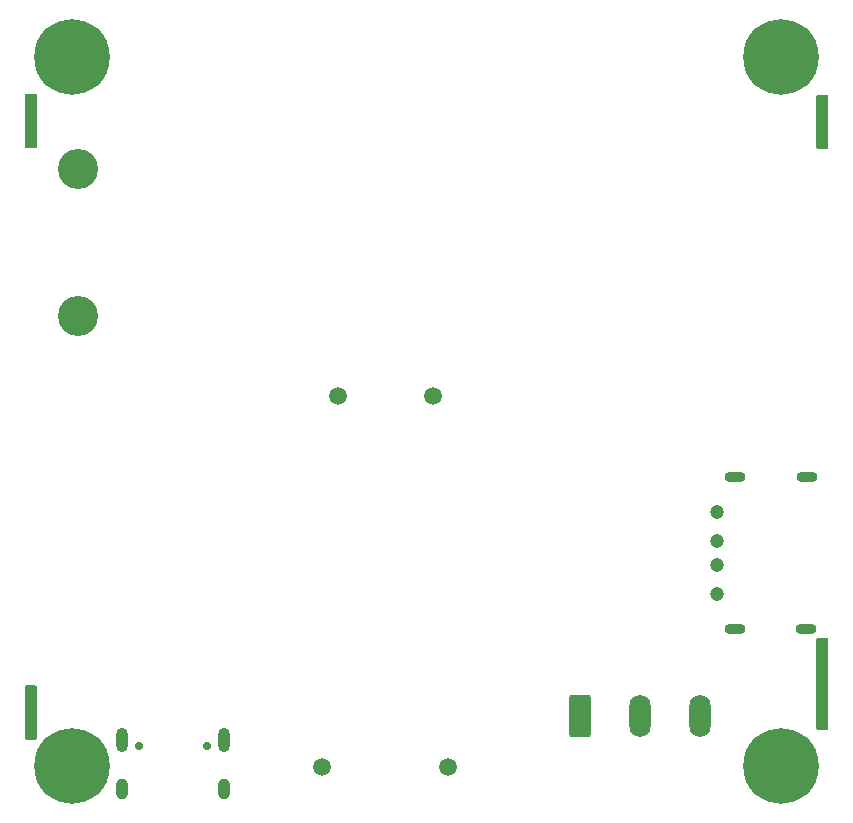
<source format=gbr>
%TF.GenerationSoftware,KiCad,Pcbnew,8.0.3-8.0.3-0~ubuntu22.04.1*%
%TF.CreationDate,2024-07-03T11:37:09+02:00*%
%TF.ProjectId,FabOS_MB,4661624f-535f-44d4-922e-6b696361645f,rev?*%
%TF.SameCoordinates,Original*%
%TF.FileFunction,Soldermask,Bot*%
%TF.FilePolarity,Negative*%
%FSLAX46Y46*%
G04 Gerber Fmt 4.6, Leading zero omitted, Abs format (unit mm)*
G04 Created by KiCad (PCBNEW 8.0.3-8.0.3-0~ubuntu22.04.1) date 2024-07-03 11:37:09*
%MOMM*%
%LPD*%
G01*
G04 APERTURE LIST*
G04 Aperture macros list*
%AMRoundRect*
0 Rectangle with rounded corners*
0 $1 Rounding radius*
0 $2 $3 $4 $5 $6 $7 $8 $9 X,Y pos of 4 corners*
0 Add a 4 corners polygon primitive as box body*
4,1,4,$2,$3,$4,$5,$6,$7,$8,$9,$2,$3,0*
0 Add four circle primitives for the rounded corners*
1,1,$1+$1,$2,$3*
1,1,$1+$1,$4,$5*
1,1,$1+$1,$6,$7*
1,1,$1+$1,$8,$9*
0 Add four rect primitives between the rounded corners*
20,1,$1+$1,$2,$3,$4,$5,0*
20,1,$1+$1,$4,$5,$6,$7,0*
20,1,$1+$1,$6,$7,$8,$9,0*
20,1,$1+$1,$8,$9,$2,$3,0*%
G04 Aperture macros list end*
%ADD10RoundRect,0.250000X-0.650000X-1.550000X0.650000X-1.550000X0.650000X1.550000X-0.650000X1.550000X0*%
%ADD11O,1.800000X3.600000*%
%ADD12C,0.800000*%
%ADD13C,6.400000*%
%ADD14C,1.200000*%
%ADD15O,1.800000X0.900000*%
%ADD16C,1.500000*%
%ADD17C,3.400000*%
%ADD18C,0.700000*%
%ADD19O,1.000000X2.100000*%
%ADD20O,1.000000X1.800000*%
G04 APERTURE END LIST*
D10*
%TO.C,e501*%
X143000000Y-155800000D03*
D11*
X148080000Y-155800000D03*
X153160000Y-155800000D03*
%TD*%
D12*
%TO.C,H102*%
X157600000Y-100000000D03*
X158302944Y-98302944D03*
X158302944Y-101697056D03*
X160000000Y-97600000D03*
D13*
X160000000Y-100000000D03*
D12*
X160000000Y-102400000D03*
X161697056Y-98302944D03*
X161697056Y-101697056D03*
X162400000Y-100000000D03*
%TD*%
D14*
%TO.C,J201*%
X154600000Y-138500000D03*
X154600000Y-141000000D03*
X154600000Y-143000000D03*
X154600000Y-145500000D03*
D15*
X156100000Y-148400000D03*
X162100000Y-148400000D03*
X156100000Y-135600000D03*
X162200000Y-135600000D03*
%TD*%
D12*
%TO.C,H103*%
X157600000Y-160000000D03*
X158302944Y-158302944D03*
X158302944Y-161697056D03*
X160000000Y-157600000D03*
D13*
X160000000Y-160000000D03*
D12*
X160000000Y-162400000D03*
X161697056Y-158302944D03*
X161697056Y-161697056D03*
X162400000Y-160000000D03*
%TD*%
D16*
%TO.C,U501*%
X131850000Y-160100000D03*
X121150000Y-160100000D03*
X122500000Y-128700000D03*
X130500000Y-128700000D03*
%TD*%
D17*
%TO.C,J301*%
X100500000Y-109450000D03*
X100500000Y-121950000D03*
%TD*%
D12*
%TO.C,H104*%
X97600000Y-160000000D03*
X98302944Y-158302944D03*
X98302944Y-161697056D03*
X100000000Y-157600000D03*
D13*
X100000000Y-160000000D03*
D12*
X100000000Y-162400000D03*
X101697056Y-158302944D03*
X101697056Y-161697056D03*
X102400000Y-160000000D03*
%TD*%
D18*
%TO.C,J401*%
X105610000Y-158320000D03*
X111390000Y-158320000D03*
D19*
X104180000Y-157820000D03*
D20*
X104180000Y-162000000D03*
D19*
X112820000Y-157820000D03*
D20*
X112820000Y-162000000D03*
%TD*%
D12*
%TO.C,H101*%
X97600000Y-100000000D03*
X98302944Y-98302944D03*
X98302944Y-101697056D03*
X100000000Y-97600000D03*
D13*
X100000000Y-100000000D03*
D12*
X100000000Y-102400000D03*
X101697056Y-98302944D03*
X101697056Y-101697056D03*
X102400000Y-100000000D03*
%TD*%
G36*
X163943039Y-103219685D02*
G01*
X163988794Y-103272489D01*
X164000000Y-103324000D01*
X164000000Y-107676000D01*
X163980315Y-107743039D01*
X163927511Y-107788794D01*
X163876000Y-107800000D01*
X163124000Y-107800000D01*
X163056961Y-107780315D01*
X163011206Y-107727511D01*
X163000000Y-107676000D01*
X163000000Y-103324000D01*
X163019685Y-103256961D01*
X163072489Y-103211206D01*
X163124000Y-103200000D01*
X163876000Y-103200000D01*
X163943039Y-103219685D01*
G37*
G36*
X96943039Y-153219685D02*
G01*
X96988794Y-153272489D01*
X97000000Y-153324000D01*
X97000000Y-157676000D01*
X96980315Y-157743039D01*
X96927511Y-157788794D01*
X96876000Y-157800000D01*
X96124000Y-157800000D01*
X96056961Y-157780315D01*
X96011206Y-157727511D01*
X96000000Y-157676000D01*
X96000000Y-153324000D01*
X96019685Y-153256961D01*
X96072489Y-153211206D01*
X96124000Y-153200000D01*
X96876000Y-153200000D01*
X96943039Y-153219685D01*
G37*
G36*
X96943039Y-103119685D02*
G01*
X96988794Y-103172489D01*
X97000000Y-103224000D01*
X97000000Y-107576000D01*
X96980315Y-107643039D01*
X96927511Y-107688794D01*
X96876000Y-107700000D01*
X96124000Y-107700000D01*
X96056961Y-107680315D01*
X96011206Y-107627511D01*
X96000000Y-107576000D01*
X96000000Y-103224000D01*
X96019685Y-103156961D01*
X96072489Y-103111206D01*
X96124000Y-103100000D01*
X96876000Y-103100000D01*
X96943039Y-103119685D01*
G37*
G36*
X163943039Y-149219685D02*
G01*
X163988794Y-149272489D01*
X164000000Y-149324000D01*
X164000000Y-156876000D01*
X163980315Y-156943039D01*
X163927511Y-156988794D01*
X163876000Y-157000000D01*
X163124000Y-157000000D01*
X163056961Y-156980315D01*
X163011206Y-156927511D01*
X163000000Y-156876000D01*
X163000000Y-149324000D01*
X163019685Y-149256961D01*
X163072489Y-149211206D01*
X163124000Y-149200000D01*
X163876000Y-149200000D01*
X163943039Y-149219685D01*
G37*
M02*

</source>
